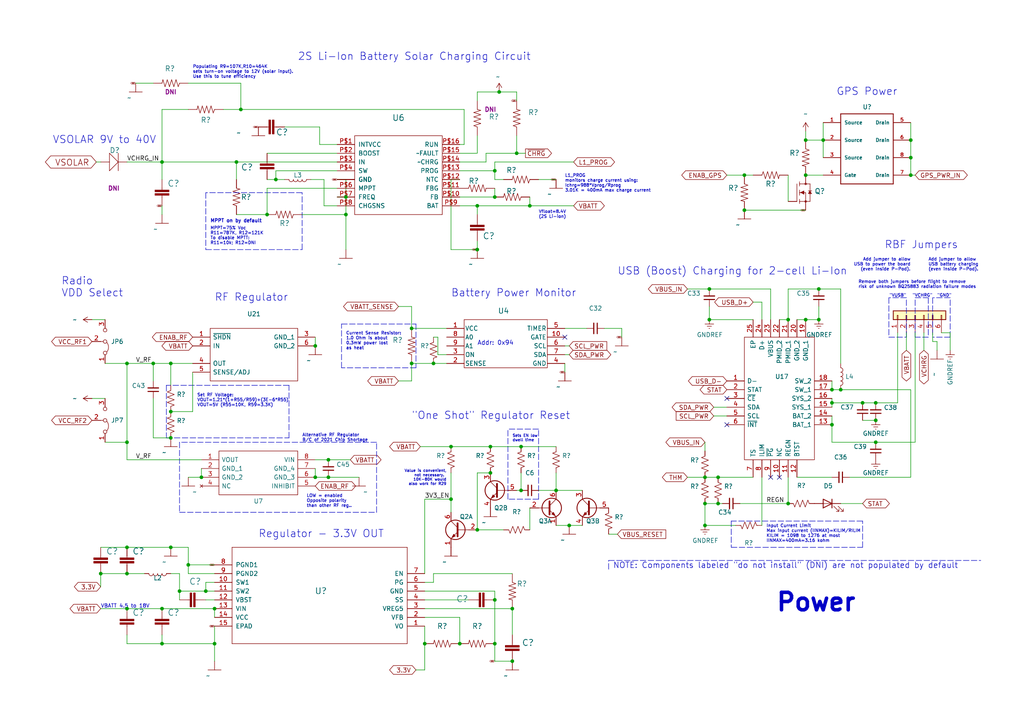
<source format=kicad_sch>
(kicad_sch (version 20211123) (generator eeschema)
  (paper "A4")
  (title_block (title "PyCubed Mainboard") (date "2021-06-09") (rev "v05c") (company "Max Holliday"))
  (junction (at 130.81 129.54))
  (junction (at 143.51 57.15))
  (junction (at 125.73 105.41))
  (junction (at 264.16 45.72))
  (junction (at 208.28 146.05))
  (junction (at 36.83 166.37))
  (junction (at 228.6 92.71))
  (junction (at 29.21 166.37))
  (junction (at 208.28 138.43))
  (junction (at 143.51 49.53))
  (junction (at 62.23 176.53))
  (junction (at 100.33 57.15))
  (junction (at 204.47 146.05))
  (junction (at 143.51 186.69))
  (junction (at 123.19 186.69))
  (junction (at 148.59 191.77))
  (junction (at 254 121.92))
  (junction (at 138.43 72.39))
  (junction (at 142.24 129.54))
  (junction (at 205.74 83.82))
  (junction (at 142.24 137.16))
  (junction (at 138.43 153.67))
  (junction (at 95.25 133.35))
  (junction (at 264.16 50.8))
  (junction (at 151.13 129.54))
  (junction (at 80.01 52.07))
  (junction (at 95.25 138.43))
  (junction (at 204.47 138.43))
  (junction (at 46.99 46.99))
  (junction (at 215.9 60.96))
  (junction (at 54.61 163.83))
  (junction (at 254 128.27))
  (junction (at 153.67 59.69))
  (junction (at 215.9 50.8))
  (junction (at 138.43 59.69))
  (junction (at 243.84 113.03))
  (junction (at 91.44 100.33))
  (junction (at 49.53 105.41))
  (junction (at 149.86 44.45))
  (junction (at 119.38 105.41))
  (junction (at 77.47 62.23))
  (junction (at 144.78 26.67))
  (junction (at 46.99 186.69))
  (junction (at 241.3 123.19))
  (junction (at 161.29 142.24))
  (junction (at 254 116.84))
  (junction (at 264.16 40.64))
  (junction (at 237.49 83.82))
  (junction (at 62.23 186.69))
  (junction (at 233.68 40.64))
  (junction (at 237.49 92.71))
  (junction (at 69.85 31.75))
  (junction (at 148.59 176.53))
  (junction (at 58.42 138.43))
  (junction (at 143.51 173.99))
  (junction (at 49.53 158.75))
  (junction (at 241.3 113.03))
  (junction (at 228.6 146.05))
  (junction (at 36.83 105.41))
  (junction (at 250.19 116.84))
  (junction (at 205.74 92.71))
  (junction (at 49.53 119.38))
  (junction (at 233.68 50.8))
  (junction (at 100.33 62.23))
  (junction (at 165.1 152.4))
  (junction (at 233.68 92.71))
  (junction (at 44.45 105.41))
  (junction (at 204.47 152.4))
  (junction (at 36.83 128.27))
  (junction (at 36.83 176.53))
  (junction (at 130.81 144.78))
  (junction (at 52.07 171.45))
  (junction (at 241.3 116.84))
  (junction (at 49.53 127))
  (junction (at 46.99 176.53))
  (junction (at 91.44 138.43))
  (junction (at 133.35 186.69))
  (junction (at 68.58 46.99))
  (junction (at 238.76 40.64))
  (junction (at 59.69 171.45))
  (junction (at 151.13 142.24))
  (junction (at 119.38 95.25))
  (junction (at 36.83 158.75))
  (no_connect (at 210.82 115.57))
  (no_connect (at 163.83 97.79))
  (no_connect (at 226.06 138.43))
  (no_connect (at 210.82 123.19))
  (no_connect (at 223.52 138.43))
  (polyline (pts (xy 120.65 106.68) (xy 99.06 106.68)))
  (wire (pts (xy 165.1 152.4) (xy 161.29 152.4)))
  (wire (pts (xy 68.58 46.99) (xy 46.99 46.99)))
  (polyline (pts (xy 275.59 97.79) (xy 270.51 97.79)))
  (wire (pts (xy 52.07 173.99) (xy 52.07 171.45)))
  (wire (pts (xy 54.61 24.13) (xy 69.85 24.13)))
  (wire (pts (xy 119.38 105.41) (xy 119.38 110.49)))
  (wire (pts (xy 36.83 166.37) (xy 41.91 166.37)))
  (wire (pts (xy 123.19 144.78) (xy 130.81 144.78)))
  (wire (pts (xy 241.3 113.03) (xy 243.84 113.03)))
  (wire (pts (xy 138.43 153.67) (xy 138.43 137.16)))
  (wire (pts (xy 254 128.27) (xy 265.43 128.27)))
  (wire (pts (xy 233.68 40.64) (xy 233.68 38.1)))
  (wire (pts (xy 62.23 171.45) (xy 59.69 171.45)))
  (polyline (pts (xy 52.07 148.59) (xy 109.22 148.59)))
  (wire (pts (xy 92.71 36.83) (xy 82.55 36.83)))
  (polyline (pts (xy 59.69 55.88) (xy 59.69 72.39)))
  (wire (pts (xy 264.16 113.03) (xy 264.16 138.43)))
  (wire (pts (xy 138.43 44.45) (xy 138.43 39.37)))
  (wire (pts (xy 138.43 72.39) (xy 138.43 69.85)))
  (wire (pts (xy 54.61 166.37) (xy 62.23 166.37)))
  (polyline (pts (xy 59.69 72.39) (xy 87.63 72.39)))
  (wire (pts (xy 80.01 52.07) (xy 80.01 49.53)))
  (wire (pts (xy 133.35 59.69) (xy 138.43 59.69)))
  (wire (pts (xy 161.29 137.16) (xy 161.29 142.24)))
  (wire (pts (xy 46.99 52.07) (xy 46.99 46.99)))
  (wire (pts (xy 119.38 105.41) (xy 125.73 105.41)))
  (wire (pts (xy 243.84 83.82) (xy 237.49 83.82)))
  (wire (pts (xy 100.33 52.07) (xy 100.33 57.15)))
  (wire (pts (xy 62.23 163.83) (xy 54.61 163.83)))
  (wire (pts (xy 143.51 191.77) (xy 148.59 191.77)))
  (wire (pts (xy 54.61 163.83) (xy 54.61 166.37)))
  (wire (pts (xy 238.76 40.64) (xy 233.68 40.64)))
  (polyline (pts (xy 83.82 111.76) (xy 48.26 111.76)))
  (wire (pts (xy 49.53 105.41) (xy 55.88 105.41)))
  (wire (pts (xy 68.58 52.07) (xy 68.58 46.99)))
  (wire (pts (xy 153.67 57.15) (xy 153.67 59.69)))
  (wire (pts (xy 143.51 57.15) (xy 133.35 57.15)))
  (wire (pts (xy 233.68 60.96) (xy 215.9 60.96)))
  (wire (pts (xy 55.88 119.38) (xy 55.88 107.95)))
  (wire (pts (xy 215.9 50.8) (xy 210.82 50.8)))
  (wire (pts (xy 267.97 101.6) (xy 267.97 96.52)))
  (wire (pts (xy 36.83 46.99) (xy 46.99 46.99)))
  (wire (pts (xy 26.67 115.57) (xy 30.48 115.57)))
  (wire (pts (xy 243.84 146.05) (xy 250.19 146.05)))
  (wire (pts (xy 36.83 176.53) (xy 46.99 176.53)))
  (wire (pts (xy 123.19 171.45) (xy 143.51 171.45)))
  (wire (pts (xy 264.16 45.72) (xy 264.16 50.8)))
  (polyline (pts (xy 156.21 124.46) (xy 147.32 124.46)))
  (wire (pts (xy 204.47 152.4) (xy 213.36 152.4)))
  (wire (pts (xy 149.86 26.67) (xy 144.78 26.67)))
  (wire (pts (xy 62.23 173.99) (xy 59.69 173.99)))
  (wire (pts (xy 161.29 52.07) (xy 156.21 52.07)))
  (wire (pts (xy 204.47 138.43) (xy 199.39 138.43)))
  (polyline (pts (xy 109.22 148.59) (xy 109.22 128.27)))
  (wire (pts (xy 104.14 138.43) (xy 95.25 138.43)))
  (wire (pts (xy 143.51 54.61) (xy 143.51 57.15)))
  (wire (pts (xy 168.91 152.4) (xy 165.1 152.4)))
  (wire (pts (xy 204.47 146.05) (xy 204.47 152.4)))
  (wire (pts (xy 233.68 92.71) (xy 237.49 92.71)))
  (wire (pts (xy 228.6 83.82) (xy 228.6 92.71)))
  (wire (pts (xy 153.67 153.67) (xy 153.67 147.32)))
  (wire (pts (xy 125.73 105.41) (xy 129.54 105.41)))
  (wire (pts (xy 95.25 133.35) (xy 91.44 133.35)))
  (wire (pts (xy 180.34 97.79) (xy 180.34 95.25)))
  (wire (pts (xy 241.3 128.27) (xy 241.3 123.19)))
  (wire (pts (xy 97.79 44.45) (xy 77.47 44.45)))
  (wire (pts (xy 133.35 41.91) (xy 134.62 41.91)))
  (wire (pts (xy 228.6 58.42) (xy 228.6 50.8)))
  (wire (pts (xy 238.76 50.8) (xy 233.68 50.8)))
  (wire (pts (xy 92.71 41.91) (xy 97.79 41.91)))
  (wire (pts (xy 123.19 166.37) (xy 123.19 144.78)))
  (wire (pts (xy 218.44 50.8) (xy 215.9 50.8)))
  (polyline (pts (xy 250.19 151.13) (xy 212.09 151.13)))
  (wire (pts (xy 264.16 40.64) (xy 264.16 45.72)))
  (wire (pts (xy 97.79 59.69) (xy 93.98 59.69)))
  (wire (pts (xy 59.69 171.45) (xy 52.07 171.45)))
  (wire (pts (xy 26.67 92.71) (xy 30.48 92.71)))
  (wire (pts (xy 130.81 52.07) (xy 130.81 72.39)))
  (polyline (pts (xy 87.63 55.88) (xy 59.69 55.88)))
  (wire (pts (xy 59.69 171.45) (xy 59.69 168.91)))
  (wire (pts (xy 115.57 110.49) (xy 119.38 110.49)))
  (wire (pts (xy 36.83 128.27) (xy 36.83 105.41)))
  (wire (pts (xy 97.79 46.99) (xy 68.58 46.99)))
  (wire (pts (xy 134.62 31.75) (xy 69.85 31.75)))
  (wire (pts (xy 44.45 127) (xy 49.53 127)))
  (wire (pts (xy 100.33 57.15) (xy 100.33 62.23)))
  (wire (pts (xy 87.63 62.23) (xy 100.33 62.23)))
  (wire (pts (xy 237.49 83.82) (xy 228.6 83.82)))
  (wire (pts (xy 46.99 59.69) (xy 46.99 62.23)))
  (wire (pts (xy 44.45 110.49) (xy 44.45 105.41)))
  (wire (pts (xy 241.3 120.65) (xy 241.3 123.19)))
  (wire (pts (xy 151.13 129.54) (xy 161.29 129.54)))
  (wire (pts (xy 127 102.87) (xy 127 97.79)))
  (wire (pts (xy 254 116.84) (xy 260.35 116.84)))
  (wire (pts (xy 241.3 115.57) (xy 241.3 116.84)))
  (polyline (pts (xy 265.43 97.79) (xy 265.43 86.36)))
  (wire (pts (xy 226.06 92.71) (xy 228.6 92.71)))
  (wire (pts (xy 262.89 101.6) (xy 262.89 96.52)))
  (wire (pts (xy 119.38 95.25) (xy 129.54 95.25)))
  (wire (pts (xy 264.16 50.8) (xy 265.43 50.8)))
  (wire (pts (xy 254 128.27) (xy 241.3 128.27)))
  (polyline (pts (xy 262.89 97.79) (xy 262.89 86.36)))
  (wire (pts (xy 123.19 186.69) (xy 123.19 194.31)))
  (wire (pts (xy 238.76 45.72) (xy 238.76 40.64)))
  (wire (pts (xy 44.45 105.41) (xy 49.53 105.41)))
  (wire (pts (xy 270.51 96.52) (xy 270.51 99.06)))
  (wire (pts (xy 243.84 113.03) (xy 264.16 113.03)))
  (wire (pts (xy 44.45 115.57) (xy 44.45 127)))
  (wire (pts (xy 95.25 138.43) (xy 91.44 138.43)))
  (wire (pts (xy 29.21 158.75) (xy 36.83 158.75)))
  (wire (pts (xy 62.23 181.61) (xy 62.23 186.69)))
  (wire (pts (xy 36.83 158.75) (xy 49.53 158.75)))
  (polyline (pts (xy 83.82 127) (xy 83.82 111.76)))
  (wire (pts (xy 142.24 129.54) (xy 151.13 129.54)))
  (wire (pts (xy 133.35 52.07) (xy 130.81 52.07)))
  (wire (pts (xy 52.07 171.45) (xy 52.07 166.37)))
  (wire (pts (xy 54.61 138.43) (xy 58.42 138.43)))
  (polyline (pts (xy 109.22 128.27) (xy 52.07 128.27)))
  (wire (pts (xy 46.99 31.75) (xy 46.99 46.99)))
  (wire (pts (xy 144.78 26.67) (xy 138.43 26.67)))
  (wire (pts (xy 130.81 129.54) (xy 142.24 129.54)))
  (wire (pts (xy 210.82 120.65) (xy 207.01 120.65)))
  (wire (pts (xy 179.07 154.94) (xy 176.53 154.94)))
  (wire (pts (xy 143.51 49.53) (xy 143.51 46.99)))
  (wire (pts (xy 254 116.84) (xy 250.19 116.84)))
  (wire (pts (xy 205.74 83.82) (xy 199.39 83.82)))
  (wire (pts (xy 250.19 121.92) (xy 254 121.92)))
  (wire (pts (xy 237.49 88.9) (xy 237.49 92.71)))
  (polyline (pts (xy 257.81 86.36) (xy 257.81 97.79)))
  (wire (pts (xy 149.86 44.45) (xy 152.4 44.45)))
  (polyline (pts (xy 269.24 97.79) (xy 265.43 97.79)))
  (wire (pts (xy 58.42 138.43) (xy 58.42 135.89)))
  (polyline (pts (xy 52.07 128.27) (xy 52.07 148.59)))
  (wire (pts (xy 97.79 52.07) (xy 100.33 52.07)))
  (wire (pts (xy 77.47 62.23) (xy 68.58 62.23)))
  (polyline (pts (xy 269.24 86.36) (xy 269.24 97.79)))
  (wire (pts (xy 165.1 100.33) (xy 163.83 100.33)))
  (wire (pts (xy 130.81 144.78) (xy 130.81 148.59)))
  (wire (pts (xy 143.51 191.77) (xy 143.51 186.69)))
  (wire (pts (xy 231.14 92.71) (xy 233.68 92.71)))
  (wire (pts (xy 133.35 49.53) (xy 143.51 49.53)))
  (wire (pts (xy 149.86 29.21) (xy 149.86 26.67)))
  (wire (pts (xy 205.74 88.9) (xy 205.74 92.71)))
  (polyline (pts (xy 257.81 97.79) (xy 262.89 97.79)))
  (wire (pts (xy 36.83 133.35) (xy 58.42 133.35)))
  (polyline (pts (xy 176.53 162.56) (xy 284.48 162.56)))
  (wire (pts (xy 101.6 133.35) (xy 95.25 133.35)))
  (wire (pts (xy 93.98 59.69) (xy 93.98 52.07)))
  (wire (pts (xy 273.05 96.52) (xy 275.59 96.52)))
  (wire (pts (xy 62.23 186.69) (xy 62.23 191.77)))
  (wire (pts (xy 36.83 186.69) (xy 46.99 186.69)))
  (wire (pts (xy 127 102.87) (xy 129.54 102.87)))
  (wire (pts (xy 208.28 146.05) (xy 204.47 146.05)))
  (wire (pts (xy 149.86 142.24) (xy 151.13 142.24)))
  (wire (pts (xy 134.62 41.91) (xy 134.62 31.75)))
  (wire (pts (xy 46.99 186.69) (xy 46.99 184.15)))
  (wire (pts (xy 69.85 31.75) (xy 64.77 31.75)))
  (wire (pts (xy 46.99 176.53) (xy 62.23 176.53)))
  (wire (pts (xy 143.51 52.07) (xy 146.05 52.07)))
  (polyline (pts (xy 275.59 86.36) (xy 270.51 86.36)))
  (wire (pts (xy 138.43 59.69) (xy 153.67 59.69)))
  (wire (pts (xy 92.71 41.91) (xy 92.71 36.83)))
  (wire (pts (xy 133.35 46.99) (xy 140.97 46.99)))
  (wire (pts (xy 138.43 26.67) (xy 138.43 29.21)))
  (wire (pts (xy 250.19 116.84) (xy 241.3 116.84)))
  (wire (pts (xy 30.48 128.27) (xy 36.83 128.27)))
  (wire (pts (xy 163.83 95.25) (xy 170.18 95.25)))
  (wire (pts (xy 153.67 59.69) (xy 166.37 59.69)))
  (wire (pts (xy 260.35 116.84) (xy 260.35 96.52)))
  (wire (pts (xy 210.82 118.11) (xy 207.01 118.11)))
  (wire (pts (xy 36.83 133.35) (xy 36.83 128.27)))
  (wire (pts (xy 91.44 135.89) (xy 91.44 138.43)))
  (wire (pts (xy 125.73 166.37) (xy 125.73 168.91)))
  (wire (pts (xy 165.1 102.87) (xy 163.83 102.87)))
  (wire (pts (xy 223.52 92.71) (xy 223.52 83.82)))
  (polyline (pts (xy 212.09 151.13) (xy 212.09 158.75)))
  (wire (pts (xy 133.35 179.07) (xy 133.35 186.69)))
  (wire (pts (xy 130.81 137.16) (xy 130.81 144.78)))
  (wire (pts (xy 148.59 176.53) (xy 148.59 184.15)))
  (polyline (pts (xy 270.51 86.36) (xy 270.51 97.79)))
  (wire (pts (xy 115.57 88.9) (xy 119.38 88.9)))
  (polyline (pts (xy 99.06 106.68) (xy 99.06 93.98)))
  (wire (pts (xy 39.37 24.13) (xy 44.45 24.13)))
  (polyline (pts (xy 87.63 72.39) (xy 87.63 55.88)))
  (polyline (pts (xy 176.53 165.1) (xy 176.53 162.56)))
  (wire (pts (xy 54.61 31.75) (xy 46.99 31.75)))
  (wire (pts (xy 223.52 83.82) (xy 205.74 83.82)))
  (wire (pts (xy 228.6 138.43) (xy 228.6 146.05)))
  (polyline (pts (xy 262.89 86.36) (xy 257.81 86.36)))
  (wire (pts (xy 100.33 62.23) (xy 100.33 72.39)))
  (wire (pts (xy 49.53 119.38) (xy 55.88 119.38)))
  (wire (pts (xy 123.19 173.99) (xy 135.89 173.99)))
  (wire (pts (xy 275.59 96.52) (xy 275.59 101.6)))
  (wire (pts (xy 140.97 46.99) (xy 140.97 44.45)))
  (wire (pts (xy 271.78 99.06) (xy 271.78 101.6)))
  (wire (pts (xy 265.43 128.27) (xy 265.43 96.52)))
  (wire (pts (xy 168.91 142.24) (xy 161.29 142.24)))
  (wire (pts (xy 97.79 57.15) (xy 100.33 57.15)))
  (wire (pts (xy 130.81 72.39) (xy 138.43 72.39)))
  (wire (pts (xy 149.86 39.37) (xy 149.86 44.45)))
  (wire (pts (xy 121.92 129.54) (xy 130.81 129.54)))
  (wire (pts (xy 270.51 99.06) (xy 271.78 99.06)))
  (wire (pts (xy 123.19 179.07) (xy 133.35 179.07)))
  (wire (pts (xy 138.43 62.23) (xy 138.43 59.69)))
  (wire (pts (xy 49.53 166.37) (xy 52.07 166.37)))
  (wire (pts (xy 123.19 181.61) (xy 123.19 186.69)))
  (wire (pts (xy 133.35 44.45) (xy 138.43 44.45)))
  (wire (pts (xy 238.76 40.64) (xy 238.76 35.56)))
  (wire (pts (xy 156.21 142.24) (xy 161.29 142.24)))
  (wire (pts (xy 62.23 179.07) (xy 62.23 176.53)))
  (wire (pts (xy 220.98 152.4) (xy 220.98 138.43)))
  (wire (pts (xy 77.47 54.61) (xy 97.79 54.61)))
  (wire (pts (xy 80.01 52.07) (xy 77.47 52.07)))
  (wire (pts (xy 243.84 105.41) (xy 243.84 83.82)))
  (wire (pts (xy 143.51 173.99) (xy 143.51 186.69)))
  (wire (pts (xy 97.79 49.53) (xy 80.01 49.53)))
  (polyline (pts (xy 147.32 144.78) (xy 147.32 124.46)))
  (wire (pts (xy 36.83 105.41) (xy 44.45 105.41)))
  (wire (pts (xy 36.83 176.53) (xy 29.21 176.53)))
  (wire (pts (xy 146.05 153.67) (xy 138.43 153.67)))
  (wire (pts (xy 49.53 158.75) (xy 54.61 158.75)))
  (wire (pts (xy 29.21 166.37) (xy 36.83 166.37)))
  (wire (pts (xy 143.51 46.99) (xy 166.37 46.99)))
  (wire (pts (xy 140.97 44.45) (xy 149.86 44.45)))
  (wire (pts (xy 214.63 146.05) (xy 228.6 146.05)))
  (wire (pts (xy 218.44 138.43) (xy 208.28 138.43)))
  (wire (pts (xy 77.47 54.61) (xy 77.47 62.23)))
  (polyline (pts (xy 156.21 144.78) (xy 147.32 144.78)))
  (wire (pts (xy 209.55 146.05) (xy 208.28 146.05)))
  (wire (pts (xy 218.44 87.63) (xy 220.98 87.63)))
  (polyline (pts (xy 156.21 144.78) (xy 156.21 124.46)))
  (wire (pts (xy 36.83 186.69) (xy 36.83 184.15)))
  (wire (pts (xy 29.21 46.99) (xy 27.94 46.99)))
  (wire (pts (xy 127 97.79) (xy 125.73 97.79)))
  (polyline (pts (xy 120.65 93.98) (xy 120.65 106.68)))
  (wire (pts (xy 69.85 31.75) (xy 69.85 24.13)))
  (wire (pts (xy 62.23 168.91) (xy 59.69 168.91)))
  (wire (pts (xy 90.17 52.07) (xy 93.98 52.07)))
  (wire (pts (xy 241.3 138.43) (xy 231.14 138.43)))
  (polyline (pts (xy 250.19 158.75) (xy 250.19 151.13)))
  (wire (pts (xy 264.16 35.56) (xy 264.16 40.64)))
  (wire (pts (xy 220.98 87.63) (xy 220.98 92.71)))
  (wire (pts (xy 30.48 105.41) (xy 36.83 105.41)))
  (wire (pts (xy 151.13 137.16) (xy 151.13 142.24)))
  (wire (pts (xy 180.34 95.25) (xy 175.26 95.25)))
  (polyline (pts (xy 275.59 97.79) (xy 275.59 86.36)))
  (polyline (pts (xy 265.43 86.36) (xy 269.24 86.36)))
  (wire (pts (xy 29.21 170.18) (xy 29.21 166.37)))
  (polyline (pts (xy 48.26 127) (xy 83.82 127)))
  (polyline (pts (xy 212.09 158.75) (xy 250.19 158.75)))
  (wire (pts (xy 241.3 116.84) (xy 241.3 118.11)))
  (wire (pts (xy 204.47 128.27) (xy 204.47 130.81)))
  (wire (pts (xy 54.61 158.75) (xy 54.61 163.83)))
  (wire (pts (xy 148.59 166.37) (xy 125.73 166.37)))
  (wire (pts (xy 138.43 137.16) (xy 142.24 137.16)))
  (wire (pts (xy 91.44 100.33) (xy 91.44 97.79)))
  (wire (pts (xy 205.74 92.71) (xy 218.44 92.71)))
  (wire (pts (xy 46.99 186.69) (xy 62.23 186.69)))
  (wire (pts (xy 123.19 194.31) (xy 120.65 194.31)))
  (wire (pts (xy 49.53 111.76) (xy 49.53 105.41)))
  (wire (pts (xy 125.73 168.91) (xy 123.19 168.91)))
  (wire (pts (xy 208.28 138.43) (xy 204.47 138.43)))
  (wire (pts (xy 143.51 171.45) (xy 143.51 173.99)))
  (wire (pts (xy 246.38 138.43) (xy 264.16 138.43)))
  (wire (pts (xy 82.55 52.07) (xy 80.01 52.07)))
  (wire (pts (xy 119.38 95.25) (xy 119.38 88.9)))
  (wire (pts (xy 123.19 176.53) (xy 148.59 176.53)))
  (wire (pts (xy 163.83 107.95) (xy 163.83 105.41)))
  (polyline (pts (xy 48.26 111.76) (xy 48.26 127)))
  (wire (pts (xy 241.3 110.49) (xy 241.3 113.03)))
  (polyline (pts (xy 99.06 93.98) (xy 120.65 93.98)))
  (wire (pts (xy 143.51 49.53) (xy 143.51 52.07)))
  (text "Populating R9=107K,R10=464K\nsets turn-on voltage to 12V (solar input). \nUse this to tune efficiency" (at 55.88 22.86 0) (effects (font (size 0.889 0.889)) (justify left bottom)))
  (text "Power" (at 224.79 177.8 0) (effects (font (size 5.08 5.08) (thickness 1.016) bold) (justify left bottom)))
  (text "GPS Power" (at 242.57 27.94 0) (effects (font (size 2.159 2.159)) (justify left bottom)))
  (text "Add jumper to allow\nUSB to power the board\n(even inside P-Pod).\n" (at 264.16 78.74 0) (effects (font (size 0.889 0.889)) (justify right bottom)))
  (text "Radio\nVDD Select" (at 17.78 86.36 0) (effects (font (size 2.159 2.159)) (justify left bottom)))
  (text "Set RF Voltage:\nVOUT=1.21*(1+R55/R59)+(3E-6*R55)\nVOUT=5V (R55=10K, R59=3.3K)\n" (at 57.15 118.11 0) (effects (font (size 0.889 0.889)) (justify left bottom)))
  (text "LOW = enabled\nOpposite polarity\nthan other RF reg.. " (at 88.9 147.32 0) (effects (font (size 0.889 0.889)) (justify left bottom)))
  (text "Alternative RF Regulator\nB/C of 2021 Chip Shortage" (at 87.63 128.27 0) (effects (font (size 0.889 0.889)) (justify left bottom)))
  (text "RF Regulator" (at 62.23 87.63 0) (effects (font (size 2.159 2.159)) (justify left bottom)))
  (text "L1_PROG\nmonitors charge current using:\nIchrg=988*Vprog/Rprog\n3.01K = 400mA max charge current\n" (at 163.83 55.88 0) (effects (font (size 0.889 0.889)) (justify left bottom)))
  (text "Input Current Limit\nMax input current (IINMAX)=KILIM/RILIM\nKILIM = 1098 to 1276 at most\nIINMAX=400mA=3.16 kohm" (at 222.25 157.48 0) (effects (font (size 0.889 0.889)) (justify left bottom)))
  (text "\"VCHRG\"" (at 270.51 86.36 180) (effects (font (size 0.889 0.889)) (justify right bottom)))
  (text "Addr: 0x94" (at 138.43 100.33 0) (effects (font (size 1.27 1.27)) (justify left bottom)))
  (text "Regulator - 3.3V OUT" (at 74.93 156.21 0) (effects (font (size 2.159 2.159)) (justify left bottom)))
  (text "Current Sense Resistor:\n1.0 Ohm is about \n0.3mW power lost\nas heat" (at 100.33 101.6 0) (effects (font (size 0.889 0.889)) (justify left bottom)))
  (text "MPPT on by default" (at 60.96 64.77 0) (effects (font (size 0.9906 0.9906) (thickness 0.1981) bold) (justify left bottom)))
  (text "\nMPPT=75% Voc\nR11=787K, R12=121K\nTo disable MPTT:\nR11=10k; R12=DNI" (at 60.96 71.12 0) (effects (font (size 0.889 0.889)) (justify left bottom)))
  (text "Remove both jumpers before flight to remove\nrisk of unknown BQ25883 radiation failure modes\n" (at 248.92 83.82 0) (effects (font (size 0.889 0.889)) (justify left bottom)))
  (text "VSOLAR 9V to 40V" (at 15.24 41.91 0) (effects (font (size 2.159 2.159)) (justify left bottom)))
  (text "\"GND\"" (at 271.78 86.36 0) (effects (font (size 0.889 0.889)) (justify left bottom)))
  (text "Add jumper to allow\nUSB battery charging\n(even inside P-Pod).\n" (at 269.24 78.74 0) (effects (font (size 0.889 0.889)) (justify left bottom)))
  (text "Vfloat=8.4V\n(2S Li-ion)" (at 156.21 63.5 0) (effects (font (size 0.889 0.889)) (justify left bottom)))
  (text "Battery Power Monitor" (at 130.81 86.36 0) (effects (font (size 2.159 2.159)) (justify left bottom)))
  (text "2S Li-Ion Battery Solar Charging Circuit" (at 86.36 17.78 0) (effects (font (size 2.159 2.159)) (justify left bottom)))
  (text "RBF Jumpers" (at 256.54 72.39 0) (effects (font (size 2.159 2.159)) (justify left bottom)))
  (text "Value is convenient,\nnot necessary. \n10K-80K would\nalso work for R29" (at 129.54 140.97 0) (effects (font (size 0.7874 0.7874)) (justify right bottom)))
  (text "\"VUSB\"" (at 262.89 86.36 180) (effects (font (size 0.889 0.889)) (justify right bottom)))
  (text "Sets EN low\ndwell time" (at 148.59 128.27 0) (effects (font (size 0.7874 0.7874)) (justify left bottom)))
  (text "USB (Boost) Charging for 2-cell Li-Ion" (at 179.07 80.01 0) (effects (font (size 2.159 2.159)) (justify left bottom)))
  (text "\"One Shot\" Regulator Reset" (at 119.38 121.92 0) (effects (font (size 2.159 2.159)) (justify left bottom)))
  (text "NOTE: Components labeled \"do not install\" (DNI) are not populated by default" (at 177.8 165.1 0) (effects (font (size 1.651 1.651)) (justify left bottom)))
  (text "VBATT 4.5 to 18V" (at 29.21 176.53 0) (effects (font (size 1.0668 1.0668)) (justify left bottom)))
  (label "3V3_EN" (at 123.19 144.78 0))
  (label "V_RF" (at 39.37 133.35 0))
  (label "REGN" (at 222.25 146.05 0))
  (label "VCHRG_IN" (at 36.83 46.99 0))
  (label "V_RF" (at 39.37 105.41 0))
  (global_label "L1_PROG" (shape bidirectional) (at 166.37 46.99 0) (property "Intersheet References" "${INTERSHEET_REFS}" (effects hide)))
  (global_label "VBUS_IN" (shape bidirectional) (at 199.39 83.82 180) (property "Intersheet References" "${INTERSHEET_REFS}" (effects hide)))
  (global_label "SDA_PWR" (shape bidirectional) (at 165.1 102.87 0) (property "Intersheet References" "${INTERSHEET_REFS}" (effects hide)))
  (global_label "ENAB_RF" (shape bidirectional) (at 55.88 97.79 180) (property "Intersheet References" "${INTERSHEET_REFS}" (effects hide)))
  (global_label "GND" (shape bidirectional) (at 62.23 181.61 180) (effects (font (size 0.254 0.254))) (property "Intersheet References" "${INTERSHEET_REFS}" (effects hide)))
  (global_label "SCL_PWR" (shape input) (at 165.1 100.33 0) (property "Intersheet References" "${INTERSHEET_REFS}" (effects hide)))
  (global_label "ENAB_GPS" (shape bidirectional) (at 210.82 50.8 180) (property "Intersheet References" "${INTERSHEET_REFS}" (effects hide)))
  (global_label "ENAB_RF" (shape bidirectional) (at 91.44 140.97 0) (property "Intersheet References" "${INTERSHEET_REFS}" (effects hide)))
  (global_label "GND" (shape bidirectional) (at 39.37 24.13 180) (effects (font (size 0.254 0.254))) (property "Intersheet References" "${INTERSHEET_REFS}" (effects hide)))
  (global_label "VCHRG" (shape bidirectional) (at 267.97 101.6 270) (property "Intersheet References" "${INTERSHEET_REFS}" (effects hide)))
  (global_label "3.3V" (shape bidirectional) (at 149.86 29.21 180) (effects (font (size 0.254 0.254))) (property "Intersheet References" "${INTERSHEET_REFS}" (effects hide)))
  (global_label "GPS_PWR_IN" (shape bidirectional) (at 265.43 50.8 0) (property "Intersheet References" "${INTERSHEET_REFS}" (effects hide)))
  (global_label "THM" (shape bidirectional) (at 199.39 138.43 180) (property "Intersheet References" "${INTERSHEET_REFS}" (effects hide)))
  (global_label "VBATT" (shape bidirectional) (at 101.6 133.35 0) (property "Intersheet References" "${INTERSHEET_REFS}" (effects hide)))
  (global_label "VBATT" (shape bidirectional) (at 262.89 101.6 270) (property "Intersheet References" "${INTERSHEET_REFS}" (effects hide)))
  (global_label "~{CHRG}" (shape output) (at 152.4 44.45 0) (property "Intersheet References" "${INTERSHEET_REFS}" (effects hide)))
  (global_label "3.3V" (shape bidirectional) (at 29.21 170.18 180) (property "Intersheet References" "${INTERSHEET_REFS}" (effects hide)))
  (global_label "GND" (shape bidirectional) (at 180.34 97.79 180) (effects (font (size 0.254 0.254))) (property "Intersheet References" "${INTERSHEET_REFS}" (effects hide)))
  (global_label "USB_D-" (shape bidirectional) (at 210.82 110.49 180) (property "Intersheet References" "${INTERSHEET_REFS}" (effects hide)))
  (global_label "GND" (shape bidirectional) (at 161.29 52.07 180) (effects (font (size 0.254 0.254))) (property "Intersheet References" "${INTERSHEET_REFS}" (effects hide)))
  (global_label "VBATT" (shape bidirectional) (at 55.88 100.33 180) (property "Intersheet References" "${INTERSHEET_REFS}" (effects hide)))
  (global_label "STAT" (shape bidirectional) (at 250.19 146.05 0) (property "Intersheet References" "${INTERSHEET_REFS}" (effects hide)))
  (global_label "VBATT_SENSE" (shape bidirectional) (at 115.57 88.9 180) (property "Intersheet References" "${INTERSHEET_REFS}" (effects hide)))
  (global_label "VBUS_RESET" (shape input) (at 179.07 154.94 0) (property "Intersheet References" "${INTERSHEET_REFS}" (effects hide)))
  (global_label "SCL_PWR" (shape input) (at 207.01 120.65 180) (property "Intersheet References" "${INTERSHEET_REFS}" (effects hide)))
  (global_label "USB_D+" (shape bidirectional) (at 218.44 87.63 180) (property "Intersheet References" "${INTERSHEET_REFS}" (effects hide)))
  (global_label "GND" (shape bidirectional) (at 163.83 107.95 180) (effects (font (size 0.254 0.254))) (property "Intersheet References" "${INTERSHEET_REFS}" (effects hide)))
  (global_label "GND" (shape bidirectional) (at 97.79 52.07 180) (effects (font (size 0.254 0.254))) (property "Intersheet References" "${INTERSHEET_REFS}" (effects hide)))
  (global_label "STAT" (shape bidirectional) (at 210.82 113.03 180) (property "Intersheet References" "${INTERSHEET_REFS}" (effects hide)))
  (global_label "VSOLAR" (shape bidirectional) (at 27.94 46.99 180) (effects (font (size 1.778 1.778))) (property "Intersheet References" "${INTERSHEET_REFS}" (effects hide)))
  (global_label "VBATT" (shape bidirectional) (at 166.37 59.69 0) (property "Intersheet References" "${INTERSHEET_REFS}" (effects hide)))
  (global_label "GND" (shape bidirectional) (at 233.68 60.96 180) (effects (font (size 0.254 0.254))) (property "Intersheet References" "${INTERSHEET_REFS}" (effects hide)))
  (global_label "GND" (shape bidirectional) (at 74.93 36.83 180) (effects (font (size 0.254 0.254))) (property "Intersheet References" "${INTERSHEET_REFS}" (effects hide)))
  (global_label "VBATT" (shape bidirectional) (at 115.57 110.49 180) (property "Intersheet References" "${INTERSHEET_REFS}" (effects hide)))
  (global_label "GND" (shape bidirectional) (at 138.43 72.39 180) (effects (font (size 0.254 0.254))) (property "Intersheet References" "${INTERSHEET_REFS}" (effects hide)))
  (global_label "GND" (shape bidirectional) (at 143.51 191.77 180) (effects (font (size 0.254 0.254))) (property "Intersheet References" "${INTERSHEET_REFS}" (effects hide)))
  (global_label "GND" (shape bidirectional) (at 46.99 59.69 180) (effects (font (size 0.254 0.254))) (property "Intersheet References" "${INTERSHEET_REFS}" (effects hide)))
  (global_label "3.3V" (shape bidirectional) (at 120.65 194.31 180) (property "Intersheet References" "${INTERSHEET_REFS}" (effects hide)))
  (global_label "GND" (shape bidirectional) (at 62.23 163.83 180) (effects (font (size 0.254 0.254))) (property "Intersheet References" "${INTERSHEET_REFS}" (effects hide)))
  (global_label "VBUS_IN" (shape bidirectional) (at 204.47 128.27 180) (property "Intersheet References" "${INTERSHEET_REFS}" (effects hide)))
  (global_label "VCC_RF2" (shape bidirectional) (at 26.67 121.92 180) (property "Intersheet References" "${INTERSHEET_REFS}" (effects hide)))
  (global_label "VCC_RF1" (shape bidirectional) (at 26.67 99.06 180) (property "Intersheet References" "${INTERSHEET_REFS}" (effects hide)))
  (global_label "VBATT" (shape bidirectional) (at 121.92 129.54 180) (property "Intersheet References" "${INTERSHEET_REFS}" (effects hide)))
  (global_label "SDA_PWR" (shape bidirectional) (at 207.01 118.11 180) (property "Intersheet References" "${INTERSHEET_REFS}" (effects hide)))
  (global_label "VBATT" (shape bidirectional) (at 29.21 176.53 180) (property "Intersheet References" "${INTERSHEET_REFS}" (effects hide)))
  (symbol (lib_id "mainboard:GND") (at 39.37 26.67 0) (unit 1)
    (property "Reference" "#GND?" (effects hide))
  )
  (symbol (lib_id "mainboard:1.0UF-0603-16V-10%") (at 57.15 173.99 90) (unit 1)
    (property "Reference" "C?" (at 58.42 167.64 90) (effects (font (size 1.778 1.778)) (justify left bottom)))
    (property "Description" "0.1uF +-10% 50V X7R 0603" (effects hide))
  )
  (symbol (lib_id "mainboard:DFLS130L") (at 31.75 46.99 0) (unit 1)
    (property "Reference" "D?" (at 31.75 44.45 0) (effects (font (size 1.4986 1.4986)) (justify left bottom)))
    (property "Datasheet" "https://www.diodes.com/assets/Datasheets/ds30492.pdf" (effects hide))
    (property "Description" "Schottky Diode - 30V 1A" (effects hide))
    (property "Flight" "DFLS130L-7" (effects hide))
    (property "Manufacturer_Name" "Diodes Incorporated" (effects hide))
    (property "Manufacturer_Part_Number" "DFLS130L-7" (effects hide))
    (property "Proto" "DFLS130L" (effects hide))
    (property "DNI" "DNI" (at 33.02 54.61 0) (effects (font bold)))
  )
  (symbol (lib_id "mainboard:R-US_R0603") (at 138.43 186.69 180) (unit 1)
    (property "Reference" "R?" (at 138.43 181.61 0) (effects (font (size 1.4986 1.4986))))
    (property "Description" "22.1K 0603" (effects hide))
  )
  (symbol (lib_id "mainboard:10UF-0603-6.3V-20%") (at 46.99 57.15 0) (unit 1)
    (property "Reference" "C?" (at 48.514 54.229 0) (effects (font (size 1.778 1.778)) (justify left bottom)))
    (property "Description" "10uF +-20% 10V X5R" (effects hide))
  )
  (symbol (lib_id "mainboard:GND") (at 138.43 74.93 0) (unit 1)
    (property "Reference" "#GND?" (effects hide))
  )
  (symbol (lib_id "mainboard:GND") (at 161.29 54.61 0) (unit 1)
    (property "Reference" "#GND?" (effects hide))
  )
  (symbol (lib_id "mainboard:R-US_R2512") (at 119.38 100.33 90) (unit 1)
    (property "Reference" "R?" (at 116.84 97.79 90) (effects (font (size 1.4986 1.4986)) (justify left bottom)))
    (property "Description" "0.1 1% 2W 2512" (effects hide))
  )
  (symbol (lib_id "mainboard:3.3V") (at 233.68 38.1 0) (unit 1)
    (property "Reference" "#SUPPLY?" (effects hide))
  )
  (symbol (lib_id "mainboard:IRLML2803TRPBF") (at 231.14 55.88 0) (unit 1)
    (property "Reference" "Q?" (at 236.22 54.61 0) (effects (font (size 1.4986 1.4986)) (justify left top)))
    (property "Datasheet" "https://www.infineon.com/dgdl/irlml2803pbf.pdf?fileId=5546d462533600a4015356682aff260f" (effects hide))
    (property "Description" "Single N-Channel MOSFET" (effects hide))
    (property "Flight" "IRLML2803" (effects hide))
    (property "Manufacturer_Name" "Infineon Technologies" (effects hide))
    (property "Manufacturer_Part_Number" "IRLML2803TRPbF" (effects hide))
    (property "Proto" "2302" (effects hide))
  )
  (symbol (lib_id "mainboard:1.0UF-0603-16V-10%") (at 148.59 189.23 0) (unit 1)
    (property "Reference" "C?" (at 151.3332 186.4106 0) (effects (font (size 1.778 1.778)) (justify left)))
    (property "Description" "1uF 0603 X7R" (effects hide))
  )
  (symbol (lib_id "mainboard:22UF-0805-6.3V-20%") (at 29.21 163.83 0) (unit 1)
    (property "Reference" "C?" (at 30.734 160.909 0) (effects (font (size 1.778 1.778)) (justify left bottom)))
    (property "Description" "22uF +-20% 10V X5R" (effects hide))
  )
  (symbol (lib_id "mainboard:3.3V") (at 144.78 26.67 0) (unit 1)
    (property "Reference" "#P+?" (effects hide))
  )
  (symbol (lib_id "mainboard:0.1UF-0603-25V-5%") (at 138.43 67.31 0) (unit 1)
    (property "Reference" "C?" (at 139.954 69.469 0) (effects (font (size 1.778 1.778)) (justify left bottom)))
    (property "Description" "22uF +-20% 10V X5R" (effects hide))
  )
  (symbol (lib_id "mainboard:GND") (at 46.99 64.77 0) (unit 1)
    (property "Reference" "#GND?" (effects hide))
  )
  (symbol (lib_id "mainboard:R-US_R0603") (at 138.43 34.29 90) (unit 1)
    (property "Reference" "R?" (at 144.78 33.02 90) (effects (font (size 1.4986 1.4986)) (justify left bottom)))
    (property "DNI" "DNI" (at 142.24 31.75 90) (effects (font bold)))
    (property "Description" "100K 0603" (effects hide))
  )
  (symbol (lib_id "mainboard:R-US_R0603") (at 148.59 171.45 270) (unit 1)
    (property "Reference" "R?" (at 149.86 170.18 90) (effects (font (size 1.4986 1.4986)) (justify left bottom)))
    (property "Description" "100K 0603" (effects hide))
  )
  (symbol (lib_id "mainboard:NDS8434") (at 251.46 43.18 0) (unit 1)
    (property "Reference" "U?" (at 250.19 31.75 0) (effects (justify left bottom)))
    (property "Datasheet" "https://www.onsemi.com/pdf/datasheet/nds8434-d.pdf" (effects hide))
    (property "Description" "P-Channel MOSFET" (effects hide))
    (property "Flight" "NDS8434" (effects hide))
    (property "Manufacturer_Name" "ON Semiconductor" (effects hide))
    (property "Manufacturer_Part_Number" "NDS8434" (effects hide))
    (property "Proto" "DMP2022LSS-13" (effects hide))
  )
  (symbol (lib_id "Device:L") (at 86.36 52.07 270) (unit 1)
    (property "Reference" "L3" (at 86.36 50.8 90))
    (property "Datasheet" "https://datasheet.lcsc.com/szlcsc/1910111502_3L-COILS-SNR5040K-330M_C326321.pdf" (effects hide))
    (property "Description" "33uH Shielded Inductor" (effects hide))
    (property "Flight" "SLF6028T-330MR69-PF" (effects hide))
    (property "Manufacturer_Name" "3L COILS" (effects hide))
    (property "Manufacturer_Part_Number" "SNR5040K-330M" (effects hide))
    (property "Proto" "SNR5040K-330M" (effects hide))
  )
  (symbol (lib_id "Device:L") (at 45.72 166.37 270) (unit 1)
    (property "Reference" "L2" (at 45.72 167.64 90))
    (property "Datasheet" "https://datasheet.lcsc.com/lcsc/2009171412_TAI-TECH-HPC5040NF-3R3MTH_C304367.pdf" (effects hide))
    (property "Description" "3.3uH Shielded Inductor" (effects hide))
    (property "Flight" "SPM5030T-3R3M-HZ" (effects hide))
    (property "Manufacturer_Name" "TAI-TECH" (effects hide))
    (property "Manufacturer_Part_Number" "HPC5040NF-3R3MTH" (effects hide))
    (property "Proto" "HPC5040NF-3R3MTH" (effects hide))
  )
  (symbol (lib_id "mainboard:LTC4121") (at 110.49 49.53 0) (unit 1)
    (property "Reference" "U6" (at 115.57 34.163 0) (effects (font (size 1.7272 1.7272))))
    (property "Datasheet" "https://www.analog.com/media/en/technical-documentation/data-sheets/4121fbc.pdf" (effects hide))
    (property "Description" "Battery Charger - MPPT - Solar Input" (effects hide))
    (property "Flight" "LTC4121EUD" (effects hide))
    (property "Manufacturer_Name" "Analog Devices Inc." (effects hide))
    (property "Manufacturer_Part_Number" "LTC4121EUD" (effects hide))
    (property "Proto" "LTC4121EUD" (effects hide))
  )
  (symbol (lib_id "power:GNDREF") (at 237.49 92.71 0) (unit 1)
    (property "Reference" "#PWR0102" (effects hide))
  )
  (symbol (lib_id "power:GNDREF") (at 205.74 92.71 0) (unit 1)
    (property "Reference" "#PWR0103" (effects hide))
  )
  (symbol (lib_id "Device:C_Small") (at 243.84 138.43 270) (unit 1)
    (property "Reference" "C36" (at 243.84 132.6134 90))
    (property "Description" "47nF +-10% 50V X7R" (effects hide))
  )
  (symbol (lib_id "Device:C_Small") (at 250.19 119.38 180) (unit 1)
    (property "Reference" "C37" (at 247.65 118.11 0) (effects (justify left)))
    (property "Description" "22uF +-20% 10V X5R" (effects hide))
  )
  (symbol (lib_id "power:GNDREF") (at 254 121.92 0) (unit 1)
    (property "Reference" "#PWR0104" (effects hide))
  )
  (symbol (lib_id "Device:C_Small") (at 254 130.81 180) (unit 1)
    (property "Reference" "C39" (at 251.46 129.54 0) (effects (justify left)))
    (property "Description" "10uF +-20% 10V X5R" (effects hide))
  )
  (symbol (lib_id "power:GNDREF") (at 254 133.35 0) (unit 1)
    (property "Reference" "#PWR0105" (effects hide))
  )
  (symbol (lib_id "Device:R_US") (at 232.41 146.05 270) (mirror x) (unit 1)
    (property "Reference" "R?" (at 232.41 140.843 90))
    (property "Description" "10K 0603" (effects hide))
  )
  (symbol (lib_id "Device:C_Small") (at 212.09 146.05 270) (unit 1)
    (property "Reference" "C34" (at 208.28 148.59 90) (effects (justify left)))
    (property "Description" "4.7uF +-20% 10V X5R" (effects hide))
  )
  (symbol (lib_id "power:GNDREF") (at 204.47 152.4 0) (unit 1)
    (property "Reference" "#PWR0106" (effects hide))
  )
  (symbol (lib_id "Device:C_Small") (at 205.74 86.36 180) (unit 1)
    (property "Reference" "C33" (at 203.2 85.09 0) (effects (justify left)))
    (property "Description" "1uF 0603 X7R" (effects hide))
  )
  (symbol (lib_id "Device:L") (at 243.84 109.22 0) (unit 1)
    (property "Reference" "L4" (at 246.38 109.22 0))
    (property "Datasheet" "https://datasheet.lcsc.com/lcsc/1912111437_PSA-Prosperity-Dielectrics-MCS25GD-1R0MMP_C375955.pdf" (effects hide))
    (property "Description" "1uH Shielded Inductor" (effects hide))
    (property "Flight" "DFE252012F-1R0M" (effects hide))
    (property "Manufacturer_Name" "Prosperity Dielectrics" (effects hide))
    (property "Manufacturer_Part_Number" "MCS25GD-1R0MMP" (effects hide))
    (property "Proto" "MCS25GD-1R0MMP" (effects hide))
  )
  (symbol (lib_id "mainboard:ADM1176-1ARMZ-R7") (at 127 81.28 0) (unit 1)
    (property "Reference" "U4" (at 146.05 90.17 0) (effects (font (size 1.524 1.524))))
    (property "Datasheet" "https://www.analog.com/media/en/technical-documentation/data-sheets/ADM1176.pdf" (effects hide))
    (property "Description" "Power Monitor" (effects hide))
    (property "Flight" "ADM1176-1ARMZ-R7" (effects hide))
    (property "Manufacturer_Name" "Analog Devices Inc." (effects hide))
    (property "Manufacturer_Part_Number" "ADM1176-1ARMZ-R7" (effects hide))
    (property "Proto" "ADM1176-1ARMZ-R7" (effects hide))
  )
  (symbol (lib_id "Device:C_Small") (at 237.49 86.36 180) (unit 1)
    (property "Reference" "C35" (at 234.95 85.09 0) (effects (justify left)))
    (property "Description" "10uF +-20% 10V X5R" (effects hide))
  )
  (symbol (lib_id "Device:C_Small") (at 254 119.38 180) (unit 1)
    (property "Reference" "C38" (at 256.3368 118.2116 0) (effects (justify right)))
    (property "Description" "22uF +-20% 10V X5R" (effects hide))
  )
  (symbol (lib_id "Device:R_US") (at 204.47 134.62 0) (mirror y) (unit 1)
    (property "Reference" "R?" (at 202.7682 133.4516 0) (effects (justify left)))
    (property "Description" "5.23K 0603" (effects hide))
  )
  (symbol (lib_id "Device:R_US") (at 204.47 142.24 0) (mirror x) (unit 1)
    (property "Reference" "R?" (at 202.7682 141.0716 0) (effects (justify right)))
    (property "Description" "30.1K 0603" (effects hide))
  )
  (symbol (lib_id "mainboard:GND") (at 163.83 110.49 0) (unit 1)
    (property "Reference" "#GND?" (effects hide))
  )
  (symbol (lib_id "Device:R_US") (at 125.73 101.6 0) (mirror x) (unit 1)
    (property "Reference" "R?" (at 123.19 100.33 0))
    (property "Description" "1K 0603" (effects hide))
  )
  (symbol (lib_id "Device:C_Small") (at 172.72 95.25 270) (unit 1)
    (property "Reference" "C32" (at 172.72 89.4334 90))
    (property "Description" "3.3nF +-10% 100V X7R 0603" (effects hide))
  )
  (symbol (lib_id "mainboard:BQ25883RGER") (at 210.82 110.49 0) (unit 1)
    (property "Reference" "U17" (at 224.79 109.22 0) (effects (justify left)))
    (property "Datasheet" "http://www.ti.com/lit/ds/symlink/bq25883.pdf?HQS=TI-null-null-mousermode-df-pf-null-wwe&DCM=yes&ref_url=https%3A%2F%2Fwww.mouser.co.uk%2F" (effects hide))
    (property "Description" "Battery Charger - USB Power Delivery" (effects hide))
    (property "Flight" "BQ25883RGER" (effects hide))
    (property "Manufacturer_Name" "Texas Instruments" (effects hide))
    (property "Manufacturer_Part_Number" "BQ25883RGER" (effects hide))
    (property "Proto" "BQ25883RGER" (effects hide))
  )
  (symbol (lib_id "mainboard:GND") (at 180.34 100.33 0) (unit 1)
    (property "Reference" "#GND?" (effects hide))
  )
  (symbol (lib_id "Device:R_US") (at 217.17 152.4 90) (mirror x) (unit 1)
    (property "Reference" "R?" (at 217.17 157.48 90))
    (property "Description" "3.16K 0603" (effects hide))
  )
  (symbol (lib_id "Device:R_US") (at 208.28 142.24 180) (unit 1)
    (property "Reference" "R?" (at 210.0072 141.0716 0) (effects (justify right)))
    (property "Description" "10K 0603" (effects hide))
  )
  (symbol (lib_id "Device:LED") (at 240.03 146.05 0) (mirror y) (unit 1)
    (property "Reference" "D5" (at 240.2078 140.9446 0))
    (property "Datasheet" "https://optoelectronics.liteon.com/upload/download/DS22-2000-074/LTST-C190KGKT.PDF" (effects hide))
    (property "Description" "Green LED" (effects hide))
    (property "Flight" "LTST-C190KGKT" (effects hide))
    (property "Manufacturer_Name" "Lite-On Inc." (effects hide))
    (property "Manufacturer_Part_Number" "LTST-C190KGKT" (effects hide))
    (property "Proto" "LTST-C190KGKT" (effects hide))
  )
  (symbol (lib_id "Transistor_BJT:MBT2222ADW1T1") (at 158.75 147.32 0) (unit 1)
    (property "Reference" "Q3" (at 156.21 151.13 0) (effects (justify left)))
    (property "Datasheet" "http://www.onsemi.com/pub_link/Collateral/MBT2222ADW1T1-D.PDF" (effects hide))
    (property "Description" "Dual NPN BJT - 2NPN" (effects hide))
    (property "Flight" "MBT2222ADW1T1G" (effects hide))
    (property "Manufacturer_Name" "ON Semiconductor" (effects hide))
    (property "Manufacturer_Part_Number" "MBT2222ADW1T1G" (effects hide))
    (property "Proto" "MBT2222ADW1T1G" (effects hide))
  )
  (symbol (lib_id "Transistor_BJT:MBT2222ADW1T1") (at 144.78 142.24 0) (mirror y) (unit 2)
    (property "Reference" "Q2" (at 147.32 147.32 0) (effects (justify left)))
    (property "Datasheet" "http://www.onsemi.com/pub_link/Collateral/MBT2222ADW1T1-D.PDF" (effects hide))
    (property "Description" "Dual NPN BJT - 2NPN" (effects hide))
    (property "Flight" "MBT2222ADW1T1G" (effects hide))
    (property "Manufacturer_Name" "ON Semiconductor" (effects hide))
    (property "Manufacturer_Part_Number" "MBT2222ADW1T1G" (effects hide))
    (property "Proto" "MBT2222ADW1T1G" (effects hide))
  )
  (symbol (lib_id "Transistor_BJT:MBT2222ADW1T1") (at 133.35 153.67 0) (mirror y) (unit 1)
    (property "Reference" "Q2" (at 137.16 149.86 0) (effects (justify left)))
    (property "Datasheet" "http://www.onsemi.com/pub_link/Collateral/MBT2222ADW1T1-D.PDF" (effects hide))
    (property "Description" "Dual NPN BJT - 2NPN" (effects hide))
    (property "Flight" "MBT2222ADW1T1G" (effects hide))
    (property "Manufacturer_Name" "ON Semiconductor" (effects hide))
    (property "Manufacturer_Part_Number" "MBT2222ADW1T1G" (effects hide))
    (property "Proto" "MBT2222ADW1T1G" (effects hide))
  )
  (symbol (lib_id "Transistor_BJT:MBT2222ADW1T1") (at 171.45 147.32 0) (mirror y) (unit 2)
    (property "Reference" "Q3" (at 173.99 151.13 0) (effects (justify left)))
    (property "Datasheet" "http://www.onsemi.com/pub_link/Collateral/MBT2222ADW1T1-D.PDF" (effects hide))
    (property "Description" "Dual NPN BJT - 2NPN" (effects hide))
    (property "Flight" "MBT2222ADW1T1G" (effects hide))
    (property "Manufacturer_Name" "ON Semiconductor" (effects hide))
    (property "Manufacturer_Part_Number" "MBT2222ADW1T1G" (effects hide))
    (property "Proto" "MBT2222ADW1T1G" (effects hide))
  )
  (symbol (lib_id "mainboard:GND") (at 165.1 154.94 0) (unit 1)
    (property "Reference" "#GND?" (effects hide))
  )
  (symbol (lib_id "Device:R_US") (at 176.53 151.13 0) (mirror y) (unit 1)
    (property "Reference" "R?" (at 178.2572 149.9616 0) (effects (justify right)))
    (property "Description" "10K 0603" (effects hide))
  )
  (symbol (lib_id "Device:R_US") (at 161.29 133.35 0) (mirror y) (unit 1)
    (property "Reference" "R?" (at 163.0172 132.1816 0) (effects (justify right)))
    (property "Description" "100K 0603" (effects hide))
  )
  (symbol (lib_id "Device:R_US") (at 151.13 133.35 0) (mirror y) (unit 1)
    (property "Reference" "R?" (at 152.8572 132.1816 0) (effects (justify right)))
    (property "Description" "200K 0603" (effects hide))
  )
  (symbol (lib_id "Device:R_US") (at 142.24 133.35 0) (mirror y) (unit 1)
    (property "Reference" "R?" (at 140.5382 132.1816 0) (effects (justify left)))
    (property "Description" "100K 0603" (effects hide))
  )
  (symbol (lib_id "mainboard:GND") (at 142.24 149.86 0) (unit 1)
    (property "Reference" "#GND?" (effects hide))
  )
  (symbol (lib_id "mainboard:GND") (at 130.81 161.29 0) (unit 1)
    (property "Reference" "#GND?" (effects hide))
  )
  (symbol (lib_id "Device:R_US") (at 130.81 133.35 0) (mirror y) (unit 1)
    (property "Reference" "R?" (at 129.1082 132.1816 0) (effects (justify left)))
    (property "Description" "73.2K 0603" (effects hide))
  )
  (symbol (lib_id "mainboard:22UF-1210-16V-20%") (at 36.83 181.61 0) (unit 1)
    (property "Reference" "C?" (at 38.354 178.689 0) (effects (font (size 1.778 1.778)) (justify left bottom)))
    (property "Description" "100uF 16V X5R 1210" (effects hide))
  )
  (symbol (lib_id "Device:C_Small") (at 153.67 142.24 270) (unit 1)
    (property "Reference" "C6" (at 153.67 137.16 90))
    (property "Description" "10uF +-20% 10V X5R" (effects hide))
  )
  (symbol (lib_id "Connector_Generic:Conn_01x06") (at 265.43 91.44 90) (unit 1)
    (property "Reference" "J14" (effects hide))
    (property "DNI" "DNI" (effects hide))
    (property "Description" "6-pin Horizontal Header - 0.1in (2.54mm)" (effects hide))
  )
  (symbol (lib_id "power:GNDREF") (at 275.59 101.6 0) (unit 1)
    (property "Reference" "#PWR01" (effects hide))
  )
  (symbol (lib_id "mainboard:GND") (at 271.78 104.14 0) (unit 1)
    (property "Reference" "#GND?" (effects hide))
  )
  (symbol (lib_id "Device:R_US") (at 149.86 153.67 270) (mirror x) (unit 1)
    (property "Reference" "R?" (at 149.86 148.463 90))
    (property "Description" "20K 0603" (effects hide))
  )
  (symbol (lib_id "mainboard:TPS7A4501DCQT") (at 55.88 97.79 0) (unit 1)
    (property "Reference" "U21" (at 73.66 91.059 0))
    (property "Datasheet" "https://www.ti.com/lit/gpn/tps7a45" (effects hide))
    (property "Description" "Adjustable LDO" (effects hide))
    (property "Flight" "TPS7A4501DCQT" (effects hide))
    (property "Manufacturer_Name" "Texas Instruments" (effects hide))
    (property "Manufacturer_Part_Number" "TPS7A4501DCQT" (effects hide))
    (property "Proto" "TPS7A4501DCQT" (effects hide))
  )
  (symbol (lib_id "mainboard:GND") (at 91.44 102.87 0) (unit 1)
    (property "Reference" "#GND?" (effects hide))
  )
  (symbol (lib_id "Device:C_Small") (at 44.45 113.03 180) (unit 1)
    (property "Reference" "C43" (at 42.1386 111.8616 0) (effects (justify left)))
    (property "Description" "10uF +-20% 10V X5R" (effects hide))
  )
  (symbol (lib_id "Device:R_US") (at 49.53 115.57 0) (mirror y) (unit 1)
    (property "Reference" "R?" (at 51.2572 114.4016 0) (effects (justify right)))
    (property "Description" "10K 0603" (effects hide))
  )
  (symbol (lib_id "Device:R_US") (at 49.53 123.19 0) (mirror y) (unit 1)
    (property "Reference" "R?" (at 51.2572 122.0216 0) (effects (justify right)))
    (property "Description" "3.3K 0603" (effects hide))
  )
  (symbol (lib_id "mainboard:GND") (at 49.53 129.54 0) (unit 1)
    (property "Reference" "#GND?" (effects hide))
  )
  (symbol (lib_id "mainboard:3.3V") (at 26.67 115.57 90) (unit 1)
    (property "Reference" "#SUPPLY?" (effects hide))
  )
  (symbol (lib_id "mainboard-rescue:Jumper_3_Bridged12-Jumper") (at 30.48 99.06 270) (mirror x) (unit 1)
    (property "Reference" "JP6" (at 32.1818 99.06 90) (effects (justify left)))
    (property "DNI" "DNI" (effects hide))
    (property "Description" "Vertical Header - 0.1in (2.54mm)" (effects hide))
  )
  (symbol (lib_id "mainboard-rescue:Jumper_3_Bridged12-Jumper") (at 30.48 121.92 270) (mirror x) (unit 1)
    (property "Reference" "JP7" (at 32.1818 121.92 90) (effects (justify left)))
    (property "DNI" "DNI" (effects hide))
    (property "Description" "Vertical Header - 0.1in (2.54mm)" (effects hide))
  )
  (symbol (lib_id "mainboard:3.3V") (at 26.67 92.71 90) (unit 1)
    (property "Reference" "#SUPPLY?" (effects hide))
  )
  (symbol (lib_id "mainboard:KF50BD-TR") (at 58.42 133.35 0) (unit 1)
    (property "Reference" "U7" (at 74.93 145.3642 0))
    (property "Datasheet" "http://www.st.com/web/en/resource/technical/document/datasheet/CD00000970.pdf" (effects hide))
    (property "Manufacturer_Part_Number" "KF50BD-TR" (effects hide))
    (property "Description" "Fixed LDO (alt for U21 - 2021 chip shortage)" (effects hide))
    (property "Manufacturer_Name" "STMicroelectronics" (effects hide))
    (property "Proto" "KF50BD-TR" (effects hide))
  )
  (symbol (lib_id "mainboard:GND") (at 54.61 140.97 0) (mirror y) (unit 1)
    (property "Reference" "#GND?" (effects hide))
  )
  (symbol (lib_id "mainboard:GND") (at 104.14 140.97 0) (mirror y) (unit 1)
    (property "Reference" "#GND?" (effects hide))
  )
  (symbol (lib_id "Device:C_Small") (at 95.25 135.89 0) (mirror x) (unit 1)
    (property "Reference" "C45" (at 97.5614 134.7216 0) (effects (justify left)))
    (property "Description" "0.1uF +-10% 50V X7R 0603" (effects hide))
  )
  (symbol (lib_id "mainboard:R-US_R0603") (at 68.58 57.15 90) (unit 1)
    (property "Reference" "R?" (at 69.85 57.15 90) (effects (font (size 1.4986 1.4986)) (justify right)))
    (property "Description" "787K 0603" (effects hide))
  )
  (symbol (lib_id "mainboard:R-US_R0603") (at 138.43 54.61 0) (unit 1)
    (property "Reference" "R?" (at 135.89 53.34 0) (effects (font (size 1.4986 1.4986)) (justify left bottom)))
    (property "Description" "845K 1% 0603" (effects hide))
  )
  (symbol (lib_id "mainboard:R-US_R0603") (at 128.27 186.69 180) (unit 1)
    (property "Reference" "R?" (at 128.27 181.61 0) (effects (font (size 1.4986 1.4986))))
    (property "Description" "73.2K 0603" (effects hide))
  )
  (symbol (lib_id "mainboard:GND") (at 62.23 194.31 0) (unit 1)
    (property "Reference" "#GND?" (effects hide))
  )
  (symbol (lib_id "mainboard:GND") (at 74.93 39.37 0) (unit 1)
    (property "Reference" "#GND?" (effects hide))
  )
  (symbol (lib_id "mainboard:R-US_R0603") (at 233.68 45.72 270) (unit 1)
    (property "Reference" "R?" (at 231.9782 44.3738 90) (effects (font (size 1.4986 1.4986)) (justify right)))
    (property "Description" "3.3K 0603" (effects hide))
  )
  (symbol (lib_id "mainboard:R-US_R0603") (at 82.55 62.23 180) (unit 1)
    (property "Reference" "R?" (at 82.55 64.77 0) (effects (font (size 1.4986 1.4986))))
    (property "Description" "121K 0603" (effects hide))
  )
  (symbol (lib_id "mainboard:R-US_R0603") (at 151.13 52.07 180) (unit 1)
    (property "Reference" "R?" (at 149.86 48.4886 0) (effects (font (size 1.4986 1.4986)) (justify left bottom)))
    (property "Description" "3.01K 0603" (effects hide))
  )
  (symbol (lib_id "mainboard:R-US_R0603") (at 149.86 34.29 90) (unit 1)
    (property "Reference" "R?" (at 156.21 31.75 90) (effects (font (size 1.4986 1.4986)) (justify left bottom)))
    (property "Description" "100K 0603" (effects hide))
  )
  (symbol (lib_id "mainboard:R-US_R0603") (at 148.59 57.15 180) (unit 1)
    (property "Reference" "R?" (at 149.86 54.61 0) (effects (font (size 1.4986 1.4986)) (justify left bottom)))
    (property "Description" "2.1M 1% 0603" (effects hide))
  )
  (symbol (lib_id "mainboard:3.3NF-0603-100V-10%") (at 140.97 173.99 90) (unit 1)
    (property "Reference" "C?" (at 135.89 172.72 90) (effects (font (size 1.778 1.778)) (justify left bottom)))
    (property "Description" "3.3nF +-10% 100V X7R 0603" (effects hide))
  )
  (symbol (lib_id "mainboard:R-US_R0603") (at 223.52 50.8 0) (unit 1)
    (property "Reference" "R?" (at 223.52 53.34 0) (effects (font (size 1.4986 1.4986))))
    (property "Description" "4.7K 0603" (effects hide))
  )
  (symbol (lib_id "mainboard:GND") (at 100.33 74.93 0) (unit 1)
    (property "Reference" "#GND?" (effects hide))
  )
  (symbol (lib_id "mainboard:R-US_R0603") (at 215.9 55.88 270) (unit 1)
    (property "Reference" "R?" (at 214.1982 54.5338 90) (effects (font (size 1.4986 1.4986)) (justify right)))
    (property "Description" "10K 0603" (effects hide))
  )
  (symbol (lib_id "mainboard:2.2NF_2200PF-0603-50V-10%") (at 77.47 49.53 0) (unit 1)
    (property "Reference" "C?" (at 69.85 49.53 0) (effects (font (size 1.778 1.778)) (justify left bottom)))
    (property "Description" "22nF +-10% 50V X7R" (effects hide))
  )
  (symbol (lib_id "mainboard:R-US_R0603") (at 49.53 24.13 180) (unit 1)
    (property "Reference" "R?" (at 50.8 19.05 0) (effects (font (size 1.4986 1.4986)) (justify left bottom)))
    (property "DNI" "DNI" (at 49.53 26.67 0) (effects (font bold)))
    (property "Description" "107K 0603" (effects hide))
  )
  (symbol (lib_id "mainboard:GND") (at 148.59 194.31 0) (unit 1)
    (property "Reference" "#GND?" (effects hide))
  )
  (symbol (lib_id "mainboard:GND") (at 49.53 161.29 0) (unit 1)
    (property "Reference" "#GND?" (effects hide))
  )
  (symbol (lib_id "mainboard:22UF-0805-6.3V-20%") (at 36.83 163.83 0) (unit 1)
    (property "Reference" "C?" (at 38.354 160.909 0) (effects (font (size 1.778 1.778)) (justify left bottom)))
    (property "Description" "22uF +-20% 10V X5R" (effects hide))
  )
  (symbol (lib_id "mainboard:R-US_R0603") (at 59.69 31.75 180) (unit 1)
    (property "Reference" "R?" (at 59.69 34.798 0) (effects (font (size 1.4986 1.4986))))
    (property "Description" "0 0603" (effects hide))
  )
  (symbol (lib_id "mainboard:GND") (at 215.9 63.5 0) (unit 1)
    (property "Reference" "#GND?" (effects hide))
  )
  (symbol (lib_id "mainboard:22UF-1210-16V-20%") (at 46.99 181.61 0) (unit 1)
    (property "Reference" "C?" (at 48.514 178.689 0) (effects (font (size 1.778 1.778)) (justify left bottom)))
    (property "Description" "100uF 16V X5R 1210" (effects hide))
  )
  (symbol (lib_id "mainboard:TPS54226PWPRPWP14_2P31X2P46-L") (at 125.73 181.61 180) (unit 1)
    (property "Reference" "U?" (at 94.8944 170.4086 0) (effects (font (size 1.7526 1.7526)) (justify left bottom)))
    (property "Datasheet" "https://www.ti.com/lit/gpn/tps54226" (effects hide))
    (property "Description" "3.3V Switching Regulator" (effects hide))
    (property "Flight" "TPS54226PWPR" (effects hide))
    (property "Manufacturer_Name" "Texas Instruments" (effects hide))
    (property "Manufacturer_Part_Number" "TPS54226PWPR" (effects hide))
    (property "Proto" "TPS54226PWPR" (effects hide))
  )
  (symbol (lib_id "mainboard:2.2UF-0603-10V-20%") (at 77.47 36.83 270) (unit 1)
    (property "Reference" "C?" (at 80.01 39.37 90) (effects (font (size 1.778 1.778)) (justify left bottom)))
    (property "Description" "2.2uF +-20% 6.3V X5R" (effects hide))
  )
)
</source>
